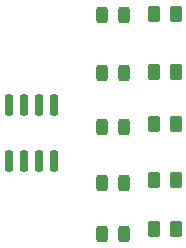
<source format=gtp>
%TF.GenerationSoftware,KiCad,Pcbnew,8.0.5*%
%TF.CreationDate,2024-10-04T14:56:02-07:00*%
%TF.ProjectId,TempSensorPCB,54656d70-5365-46e7-936f-725043422e6b,v01*%
%TF.SameCoordinates,Original*%
%TF.FileFunction,Paste,Top*%
%TF.FilePolarity,Positive*%
%FSLAX46Y46*%
G04 Gerber Fmt 4.6, Leading zero omitted, Abs format (unit mm)*
G04 Created by KiCad (PCBNEW 8.0.5) date 2024-10-04 14:56:02*
%MOMM*%
%LPD*%
G01*
G04 APERTURE LIST*
G04 Aperture macros list*
%AMRoundRect*
0 Rectangle with rounded corners*
0 $1 Rounding radius*
0 $2 $3 $4 $5 $6 $7 $8 $9 X,Y pos of 4 corners*
0 Add a 4 corners polygon primitive as box body*
4,1,4,$2,$3,$4,$5,$6,$7,$8,$9,$2,$3,0*
0 Add four circle primitives for the rounded corners*
1,1,$1+$1,$2,$3*
1,1,$1+$1,$4,$5*
1,1,$1+$1,$6,$7*
1,1,$1+$1,$8,$9*
0 Add four rect primitives between the rounded corners*
20,1,$1+$1,$2,$3,$4,$5,0*
20,1,$1+$1,$4,$5,$6,$7,0*
20,1,$1+$1,$6,$7,$8,$9,0*
20,1,$1+$1,$8,$9,$2,$3,0*%
G04 Aperture macros list end*
%ADD10RoundRect,0.243750X-0.243750X-0.456250X0.243750X-0.456250X0.243750X0.456250X-0.243750X0.456250X0*%
%ADD11RoundRect,0.250000X-0.262500X-0.450000X0.262500X-0.450000X0.262500X0.450000X-0.262500X0.450000X0*%
%ADD12RoundRect,0.180000X0.180000X0.710000X-0.180000X0.710000X-0.180000X-0.710000X0.180000X-0.710000X0*%
G04 APERTURE END LIST*
D10*
X143236000Y-141195000D03*
X141361000Y-141195000D03*
X141361000Y-145988000D03*
X143236000Y-145988000D03*
D11*
X145796000Y-149860000D03*
X147621000Y-149860000D03*
X145796000Y-136525000D03*
X147621000Y-136525000D03*
X145796000Y-145673000D03*
X147621000Y-145673000D03*
D10*
X143236000Y-150265000D03*
X141361000Y-150265000D03*
D11*
X145796000Y-140970000D03*
X147621000Y-140970000D03*
D12*
X137287000Y-139392000D03*
X136017000Y-139392000D03*
X134747000Y-139392000D03*
X133477000Y-139392000D03*
X133477000Y-144072000D03*
X134747000Y-144072000D03*
X136017000Y-144072000D03*
X137287000Y-144072000D03*
D10*
X141361000Y-131715000D03*
X143236000Y-131715000D03*
X143236000Y-136660000D03*
X141361000Y-136660000D03*
D11*
X147621000Y-131670000D03*
X145796000Y-131670000D03*
M02*

</source>
